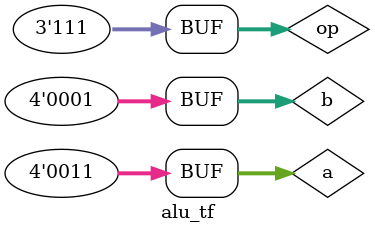
<source format=v>
`timescale 1ns / 1ps


module alu_tf;

	// Inputs
	reg [3:0] a;
	reg [3:0] b;
	reg [2:0] op;

	// Outputs
	wire [3:0] alu_out;

	// Instantiate the Unit Under Test (UUT)
	alu uut (
		.a(a), 
		.b(b), 
		.op(op), 
		.alu_out(alu_out)
	);

	initial begin
		op=3'b000; a=3'b0011; b=3'b0001;
		#10;
		op=3'b001; a=3'b0011; b=3'b0001;
		#10;
		op=3'b010; a=3'b0011; b=3'b0001;
		#10;
		op=3'b011; a=3'b0011; b=3'b0001;
		#10;
		op=3'b100; a=3'b0011; b=3'b0001;
		#10;
		op=3'b101; a=3'b0011; b=3'b0001;
		#10;
		op=3'b110; a=3'b0011; b=3'b0001;
		#10;
		op=3'b111; a=3'b0011; b=3'b0001;
		#10;
	end
      
endmodule


</source>
